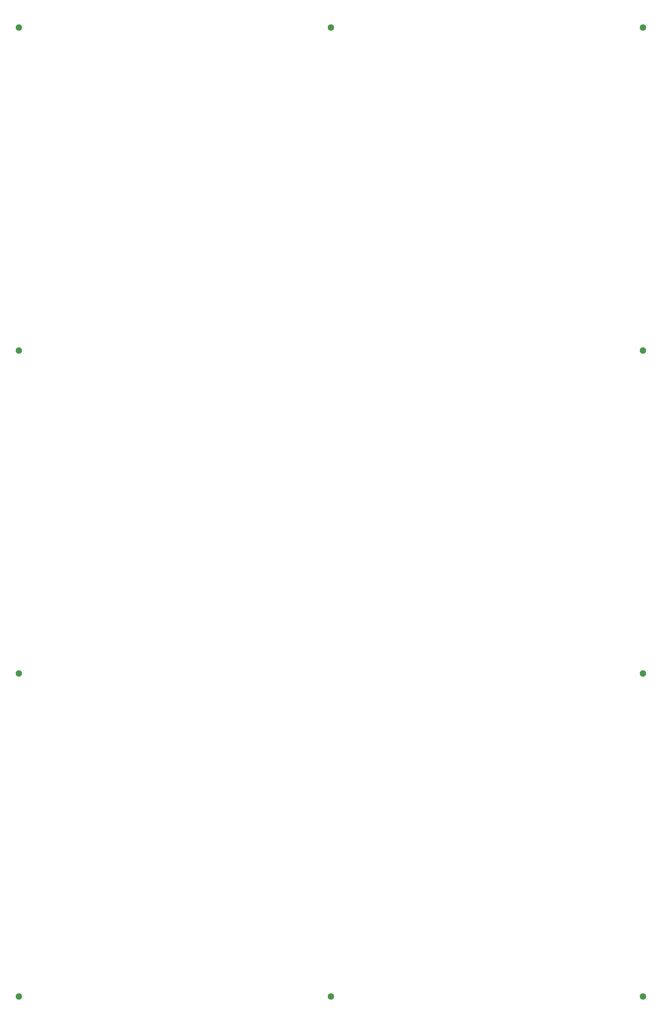
<source format=gbr>
%TF.GenerationSoftware,Altium Limited,Altium Designer,22.9.1 (49)*%
G04 Layer_Color=0*
%FSLAX45Y45*%
%MOMM*%
%TF.SameCoordinates,19B3199C-24C9-4E42-A554-521A99F5088D*%
%TF.FilePolarity,Positive*%
%TF.FileFunction,NonPlated,1,2,NPTH,Drill*%
%TF.Part,Single*%
G01*
G75*
%TA.AperFunction,OtherDrill,Pad Free-1 (327.66mm,182.88mm)*%
%ADD39C,3.04800*%
%TA.AperFunction,OtherDrill,Pad Free-1 (27.94mm,337.82mm)*%
%ADD40C,3.04800*%
%TA.AperFunction,OtherDrill,Pad Free-1 (177.8mm,27.94mm)*%
%ADD41C,3.04800*%
%TA.AperFunction,OtherDrill,Pad Free-1 (177.8mm,492.76mm)*%
%ADD42C,3.04800*%
%TA.AperFunction,OtherDrill,Pad Free-1 (327.66mm,337.82mm)*%
%ADD43C,3.04800*%
%TA.AperFunction,OtherDrill,Pad Free-1 (27.94mm,182.88mm)*%
%ADD44C,3.04800*%
%TA.AperFunction,OtherDrill,Pad Free-1 (327.66mm,27.94mm)*%
%ADD45C,3.04800*%
%TA.AperFunction,OtherDrill,Pad Free-1 (327.66mm,492.76mm)*%
%ADD46C,3.04800*%
%TA.AperFunction,OtherDrill,Pad Free-1 (27.94mm,492.76mm)*%
%ADD47C,3.04800*%
%TA.AperFunction,OtherDrill,Pad Free-1 (27.94mm,27.94mm)*%
%ADD48C,3.04800*%
D39*
X32766000Y18288000D02*
D03*
D40*
X2794000Y33782001D02*
D03*
D41*
X17780000Y2794000D02*
D03*
D42*
Y49276001D02*
D03*
D43*
X32766000Y33782001D02*
D03*
D44*
X2794000Y18288000D02*
D03*
D45*
X32766000Y2794000D02*
D03*
D46*
Y49276001D02*
D03*
D47*
X2794000D02*
D03*
D48*
Y2794000D02*
D03*
%TF.MD5,05534f791ea3f30ab41dc1eba687461c*%
M02*

</source>
